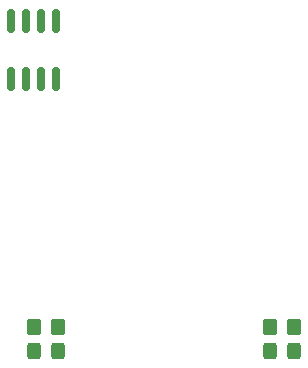
<source format=gbr>
%TF.GenerationSoftware,KiCad,Pcbnew,(6.0.4)*%
%TF.CreationDate,2022-04-09T23:35:01+02:00*%
%TF.ProjectId,diskette,6469736b-6574-4746-952e-6b696361645f,rev?*%
%TF.SameCoordinates,Original*%
%TF.FileFunction,Paste,Bot*%
%TF.FilePolarity,Positive*%
%FSLAX46Y46*%
G04 Gerber Fmt 4.6, Leading zero omitted, Abs format (unit mm)*
G04 Created by KiCad (PCBNEW (6.0.4)) date 2022-04-09 23:35:01*
%MOMM*%
%LPD*%
G01*
G04 APERTURE LIST*
G04 Aperture macros list*
%AMRoundRect*
0 Rectangle with rounded corners*
0 $1 Rounding radius*
0 $2 $3 $4 $5 $6 $7 $8 $9 X,Y pos of 4 corners*
0 Add a 4 corners polygon primitive as box body*
4,1,4,$2,$3,$4,$5,$6,$7,$8,$9,$2,$3,0*
0 Add four circle primitives for the rounded corners*
1,1,$1+$1,$2,$3*
1,1,$1+$1,$4,$5*
1,1,$1+$1,$6,$7*
1,1,$1+$1,$8,$9*
0 Add four rect primitives between the rounded corners*
20,1,$1+$1,$2,$3,$4,$5,0*
20,1,$1+$1,$4,$5,$6,$7,0*
20,1,$1+$1,$6,$7,$8,$9,0*
20,1,$1+$1,$8,$9,$2,$3,0*%
G04 Aperture macros list end*
%ADD10RoundRect,0.250000X-0.350000X-0.450000X0.350000X-0.450000X0.350000X0.450000X-0.350000X0.450000X0*%
%ADD11RoundRect,0.250000X0.325000X0.450000X-0.325000X0.450000X-0.325000X-0.450000X0.325000X-0.450000X0*%
%ADD12RoundRect,0.250000X0.350000X0.450000X-0.350000X0.450000X-0.350000X-0.450000X0.350000X-0.450000X0*%
%ADD13RoundRect,0.250000X-0.325000X-0.450000X0.325000X-0.450000X0.325000X0.450000X-0.325000X0.450000X0*%
%ADD14RoundRect,0.150000X0.150000X-0.825000X0.150000X0.825000X-0.150000X0.825000X-0.150000X-0.825000X0*%
G04 APERTURE END LIST*
D10*
%TO.C,R2*%
X-11000000Y-23500000D03*
X-9000000Y-23500000D03*
%TD*%
D11*
%TO.C,D1*%
X11025000Y-25500000D03*
X8975000Y-25500000D03*
%TD*%
D12*
%TO.C,R1*%
X11000000Y-23500000D03*
X9000000Y-23500000D03*
%TD*%
D13*
%TO.C,D2*%
X-11025000Y-25500000D03*
X-8975000Y-25500000D03*
%TD*%
D14*
%TO.C,U1*%
X-9144000Y-2475000D03*
X-10414000Y-2475000D03*
X-11684000Y-2475000D03*
X-12954000Y-2475000D03*
X-12954000Y2475000D03*
X-11684000Y2475000D03*
X-10414000Y2475000D03*
X-9144000Y2475000D03*
%TD*%
M02*

</source>
